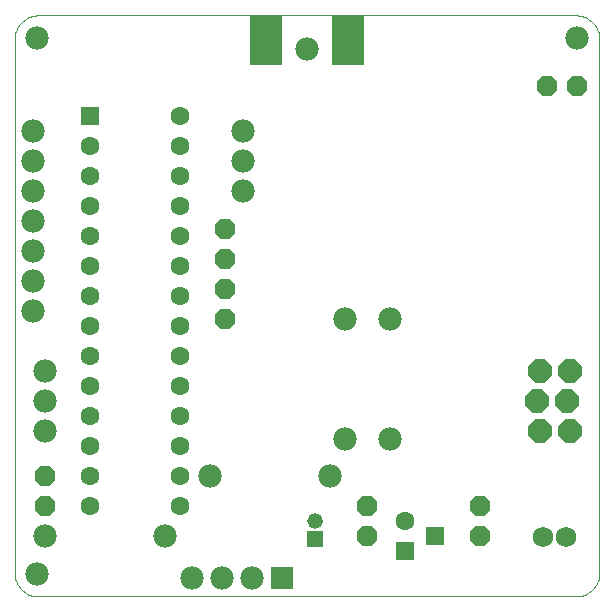
<source format=gbs>
G75*
%MOIN*%
%OFA0B0*%
%FSLAX24Y24*%
%IPPOS*%
%LPD*%
%AMOC8*
5,1,8,0,0,1.08239X$1,22.5*
%
%ADD10C,0.0000*%
%ADD11OC8,0.0780*%
%ADD12C,0.0780*%
%ADD13R,0.0630X0.0630*%
%ADD14C,0.0630*%
%ADD15R,0.0520X0.0520*%
%ADD16C,0.0520*%
%ADD17OC8,0.0670*%
%ADD18R,0.1090X0.1690*%
%ADD19R,0.0780X0.0780*%
%ADD20C,0.0680*%
D10*
X001467Y001180D02*
X019385Y001180D01*
X019439Y001182D01*
X019492Y001187D01*
X019545Y001196D01*
X019597Y001209D01*
X019649Y001225D01*
X019699Y001245D01*
X019747Y001268D01*
X019794Y001295D01*
X019839Y001324D01*
X019882Y001357D01*
X019922Y001392D01*
X019960Y001430D01*
X019995Y001470D01*
X020028Y001513D01*
X020057Y001558D01*
X020084Y001605D01*
X020107Y001653D01*
X020127Y001703D01*
X020143Y001755D01*
X020156Y001807D01*
X020165Y001860D01*
X020170Y001913D01*
X020172Y001967D01*
X020172Y019763D01*
X020170Y019817D01*
X020165Y019870D01*
X020156Y019923D01*
X020143Y019975D01*
X020127Y020027D01*
X020107Y020077D01*
X020084Y020125D01*
X020057Y020172D01*
X020028Y020217D01*
X019995Y020260D01*
X019960Y020300D01*
X019922Y020338D01*
X019882Y020373D01*
X019839Y020406D01*
X019794Y020435D01*
X019747Y020462D01*
X019699Y020485D01*
X019649Y020505D01*
X019597Y020521D01*
X019545Y020534D01*
X019492Y020543D01*
X019439Y020548D01*
X019385Y020550D01*
X001467Y020550D01*
X001413Y020548D01*
X001360Y020543D01*
X001307Y020534D01*
X001255Y020521D01*
X001203Y020505D01*
X001153Y020485D01*
X001105Y020462D01*
X001058Y020435D01*
X001013Y020406D01*
X000970Y020373D01*
X000930Y020338D01*
X000892Y020300D01*
X000857Y020260D01*
X000824Y020217D01*
X000795Y020172D01*
X000768Y020125D01*
X000745Y020077D01*
X000725Y020027D01*
X000709Y019975D01*
X000696Y019923D01*
X000687Y019870D01*
X000682Y019817D01*
X000680Y019763D01*
X000680Y001967D01*
X000682Y001913D01*
X000687Y001860D01*
X000696Y001807D01*
X000709Y001755D01*
X000725Y001703D01*
X000745Y001653D01*
X000768Y001605D01*
X000795Y001558D01*
X000824Y001513D01*
X000857Y001470D01*
X000892Y001430D01*
X000930Y001392D01*
X000970Y001357D01*
X001013Y001324D01*
X001058Y001295D01*
X001105Y001268D01*
X001153Y001245D01*
X001203Y001225D01*
X001255Y001209D01*
X001307Y001196D01*
X001360Y001187D01*
X001413Y001182D01*
X001467Y001180D01*
X008230Y020555D02*
X012630Y020555D01*
D11*
X018180Y008680D03*
X019180Y008680D03*
X019080Y007680D03*
X019180Y006680D03*
X018180Y006680D03*
X018080Y007680D03*
D12*
X013180Y006430D03*
X011680Y006430D03*
X011180Y005180D03*
X008578Y001807D03*
X007578Y001807D03*
X006578Y001807D03*
X005680Y003180D03*
X007180Y005180D03*
X011680Y010430D03*
X013180Y010430D03*
X008306Y014680D03*
X008306Y015680D03*
X008306Y016680D03*
X010430Y019430D03*
X001430Y019805D03*
X001305Y016681D03*
X001305Y015681D03*
X001305Y014681D03*
X001305Y013681D03*
X001305Y012681D03*
X001305Y011681D03*
X001305Y010681D03*
X001680Y008680D03*
X001680Y007680D03*
X001680Y006680D03*
X001680Y003180D03*
X001430Y001930D03*
X019430Y019805D03*
D13*
X014680Y003180D03*
X013680Y002680D03*
X003180Y017180D03*
D14*
X003180Y016180D03*
X003180Y015180D03*
X003180Y014180D03*
X003180Y013180D03*
X003180Y012180D03*
X003180Y011180D03*
X003180Y010180D03*
X003180Y009180D03*
X003180Y008180D03*
X003180Y007180D03*
X003180Y006180D03*
X003180Y005180D03*
X003180Y004180D03*
X006180Y004180D03*
X006180Y005180D03*
X006180Y006180D03*
X006180Y007180D03*
X006180Y008180D03*
X006180Y009180D03*
X006180Y010180D03*
X006180Y011180D03*
X006180Y012180D03*
X006180Y013180D03*
X006180Y014180D03*
X006180Y015180D03*
X006180Y016180D03*
X006180Y017180D03*
X013680Y003680D03*
D15*
X010680Y003090D03*
D16*
X010680Y003680D03*
D17*
X012430Y003180D03*
X012430Y004180D03*
X016180Y004180D03*
X016180Y003180D03*
X007680Y010430D03*
X007680Y011430D03*
X007680Y012430D03*
X007680Y013430D03*
X001680Y005180D03*
X001680Y004180D03*
X018430Y018180D03*
X019430Y018180D03*
D18*
X011806Y019722D03*
X009054Y019722D03*
D19*
X009578Y001807D03*
D20*
X018286Y003147D03*
X019074Y003147D03*
M02*

</source>
